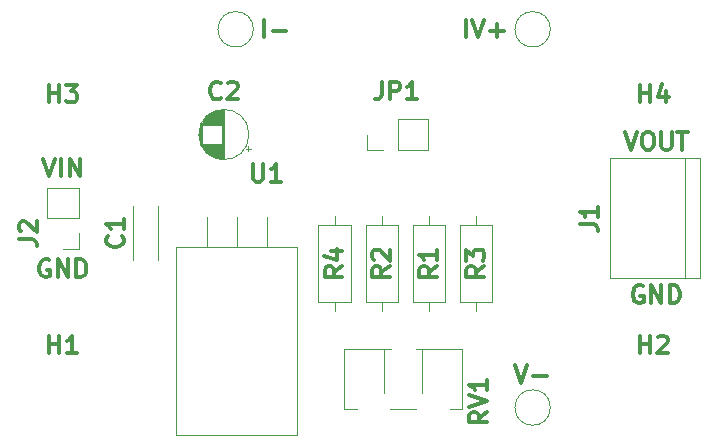
<source format=gbr>
G04 #@! TF.GenerationSoftware,KiCad,Pcbnew,(5.1.9)-1*
G04 #@! TF.CreationDate,2021-05-11T22:08:25+03:00*
G04 #@! TF.ProjectId,VariablePS,56617269-6162-46c6-9550-532e6b696361,1.0*
G04 #@! TF.SameCoordinates,Original*
G04 #@! TF.FileFunction,Legend,Top*
G04 #@! TF.FilePolarity,Positive*
%FSLAX46Y46*%
G04 Gerber Fmt 4.6, Leading zero omitted, Abs format (unit mm)*
G04 Created by KiCad (PCBNEW (5.1.9)-1) date 2021-05-11 22:08:25*
%MOMM*%
%LPD*%
G01*
G04 APERTURE LIST*
%ADD10C,0.300000*%
%ADD11C,0.120000*%
G04 APERTURE END LIST*
D10*
X83557142Y-55228571D02*
X84057142Y-56728571D01*
X84557142Y-55228571D01*
X85057142Y-56728571D02*
X85057142Y-55228571D01*
X85771428Y-56728571D02*
X85771428Y-55228571D01*
X86628571Y-56728571D01*
X86628571Y-55228571D01*
X84057142Y-63850000D02*
X83914285Y-63778571D01*
X83700000Y-63778571D01*
X83485714Y-63850000D01*
X83342857Y-63992857D01*
X83271428Y-64135714D01*
X83200000Y-64421428D01*
X83200000Y-64635714D01*
X83271428Y-64921428D01*
X83342857Y-65064285D01*
X83485714Y-65207142D01*
X83700000Y-65278571D01*
X83842857Y-65278571D01*
X84057142Y-65207142D01*
X84128571Y-65135714D01*
X84128571Y-64635714D01*
X83842857Y-64635714D01*
X84771428Y-65278571D02*
X84771428Y-63778571D01*
X85628571Y-65278571D01*
X85628571Y-63778571D01*
X86342857Y-65278571D02*
X86342857Y-63778571D01*
X86700000Y-63778571D01*
X86914285Y-63850000D01*
X87057142Y-63992857D01*
X87128571Y-64135714D01*
X87200000Y-64421428D01*
X87200000Y-64635714D01*
X87128571Y-64921428D01*
X87057142Y-65064285D01*
X86914285Y-65207142D01*
X86700000Y-65278571D01*
X86342857Y-65278571D01*
X132807142Y-52978571D02*
X133307142Y-54478571D01*
X133807142Y-52978571D01*
X134592857Y-52978571D02*
X134878571Y-52978571D01*
X135021428Y-53050000D01*
X135164285Y-53192857D01*
X135235714Y-53478571D01*
X135235714Y-53978571D01*
X135164285Y-54264285D01*
X135021428Y-54407142D01*
X134878571Y-54478571D01*
X134592857Y-54478571D01*
X134450000Y-54407142D01*
X134307142Y-54264285D01*
X134235714Y-53978571D01*
X134235714Y-53478571D01*
X134307142Y-53192857D01*
X134450000Y-53050000D01*
X134592857Y-52978571D01*
X135878571Y-52978571D02*
X135878571Y-54192857D01*
X135950000Y-54335714D01*
X136021428Y-54407142D01*
X136164285Y-54478571D01*
X136450000Y-54478571D01*
X136592857Y-54407142D01*
X136664285Y-54335714D01*
X136735714Y-54192857D01*
X136735714Y-52978571D01*
X137235714Y-52978571D02*
X138092857Y-52978571D01*
X137664285Y-54478571D02*
X137664285Y-52978571D01*
X134307142Y-66050000D02*
X134164285Y-65978571D01*
X133950000Y-65978571D01*
X133735714Y-66050000D01*
X133592857Y-66192857D01*
X133521428Y-66335714D01*
X133450000Y-66621428D01*
X133450000Y-66835714D01*
X133521428Y-67121428D01*
X133592857Y-67264285D01*
X133735714Y-67407142D01*
X133950000Y-67478571D01*
X134092857Y-67478571D01*
X134307142Y-67407142D01*
X134378571Y-67335714D01*
X134378571Y-66835714D01*
X134092857Y-66835714D01*
X135021428Y-67478571D02*
X135021428Y-65978571D01*
X135878571Y-67478571D01*
X135878571Y-65978571D01*
X136592857Y-67478571D02*
X136592857Y-65978571D01*
X136950000Y-65978571D01*
X137164285Y-66050000D01*
X137307142Y-66192857D01*
X137378571Y-66335714D01*
X137450000Y-66621428D01*
X137450000Y-66835714D01*
X137378571Y-67121428D01*
X137307142Y-67264285D01*
X137164285Y-67407142D01*
X136950000Y-67478571D01*
X136592857Y-67478571D01*
D11*
X108997000Y-76423000D02*
X108997000Y-71382000D01*
X119038000Y-76423000D02*
X119038000Y-71382000D01*
X108997000Y-71382000D02*
X112946000Y-71382000D01*
X115091000Y-71382000D02*
X119038000Y-71382000D01*
X117943000Y-76423000D02*
X119038000Y-76423000D01*
X108997000Y-76423000D02*
X110092000Y-76423000D01*
X112944000Y-76423000D02*
X115093000Y-76423000D01*
X112398000Y-75065000D02*
X112398000Y-71382000D01*
X115638000Y-75065000D02*
X115638000Y-71382000D01*
X112944000Y-76423000D02*
X115093000Y-76423000D01*
X112398000Y-71382000D02*
X112946000Y-71382000D01*
X115091000Y-71382000D02*
X115638000Y-71382000D01*
X105030000Y-62720000D02*
X94790000Y-62720000D01*
X105030000Y-78610000D02*
X94790000Y-78610000D01*
X105030000Y-78610000D02*
X105030000Y-62720000D01*
X94790000Y-78610000D02*
X94790000Y-62720000D01*
X102450000Y-62720000D02*
X102450000Y-60180000D01*
X99910000Y-62720000D02*
X99910000Y-60180000D01*
X97370000Y-62720000D02*
X97370000Y-60180000D01*
X126480000Y-76312000D02*
G75*
G03*
X126480000Y-76312000I-1500000J0D01*
G01*
X126480000Y-44288000D02*
G75*
G03*
X126480000Y-44288000I-1500000J0D01*
G01*
X101334000Y-44288000D02*
G75*
G03*
X101334000Y-44288000I-1500000J0D01*
G01*
X106846000Y-67390000D02*
X109586000Y-67390000D01*
X109586000Y-67390000D02*
X109586000Y-60850000D01*
X109586000Y-60850000D02*
X106846000Y-60850000D01*
X106846000Y-60850000D02*
X106846000Y-67390000D01*
X108216000Y-68160000D02*
X108216000Y-67390000D01*
X108216000Y-60080000D02*
X108216000Y-60850000D01*
X121570000Y-60850000D02*
X118830000Y-60850000D01*
X118830000Y-60850000D02*
X118830000Y-67390000D01*
X118830000Y-67390000D02*
X121570000Y-67390000D01*
X121570000Y-67390000D02*
X121570000Y-60850000D01*
X120200000Y-60080000D02*
X120200000Y-60850000D01*
X120200000Y-68160000D02*
X120200000Y-67390000D01*
X113570000Y-60850000D02*
X110830000Y-60850000D01*
X110830000Y-60850000D02*
X110830000Y-67390000D01*
X110830000Y-67390000D02*
X113570000Y-67390000D01*
X113570000Y-67390000D02*
X113570000Y-60850000D01*
X112200000Y-60080000D02*
X112200000Y-60850000D01*
X112200000Y-68160000D02*
X112200000Y-67390000D01*
X117570000Y-60850000D02*
X114830000Y-60850000D01*
X114830000Y-60850000D02*
X114830000Y-67390000D01*
X114830000Y-67390000D02*
X117570000Y-67390000D01*
X117570000Y-67390000D02*
X117570000Y-60850000D01*
X116200000Y-60080000D02*
X116200000Y-60850000D01*
X116200000Y-68160000D02*
X116200000Y-67390000D01*
X116150000Y-54528000D02*
X116150000Y-51868000D01*
X113550000Y-54528000D02*
X116150000Y-54528000D01*
X113550000Y-51868000D02*
X116150000Y-51868000D01*
X113550000Y-54528000D02*
X113550000Y-51868000D01*
X112280000Y-54528000D02*
X110950000Y-54528000D01*
X110950000Y-54528000D02*
X110950000Y-53198000D01*
X86530000Y-57700000D02*
X83870000Y-57700000D01*
X86530000Y-60300000D02*
X86530000Y-57700000D01*
X83870000Y-60300000D02*
X83870000Y-57700000D01*
X86530000Y-60300000D02*
X83870000Y-60300000D01*
X86530000Y-61570000D02*
X86530000Y-62900000D01*
X86530000Y-62900000D02*
X85200000Y-62900000D01*
X137840000Y-55220000D02*
X137840000Y-65380000D01*
X139110000Y-55220000D02*
X131490000Y-55220000D01*
X131490000Y-55220000D02*
X131490000Y-65380000D01*
X131490000Y-65380000D02*
X139110000Y-65380000D01*
X139110000Y-65380000D02*
X139110000Y-55220000D01*
X100954000Y-53198000D02*
G75*
G03*
X100954000Y-53198000I-2120000J0D01*
G01*
X98834000Y-55278000D02*
X98834000Y-51118000D01*
X98794000Y-55278000D02*
X98794000Y-51118000D01*
X98754000Y-55277000D02*
X98754000Y-51119000D01*
X98714000Y-55275000D02*
X98714000Y-51121000D01*
X98674000Y-55272000D02*
X98674000Y-51124000D01*
X98634000Y-55269000D02*
X98634000Y-54038000D01*
X98634000Y-52358000D02*
X98634000Y-51127000D01*
X98594000Y-55265000D02*
X98594000Y-54038000D01*
X98594000Y-52358000D02*
X98594000Y-51131000D01*
X98554000Y-55260000D02*
X98554000Y-54038000D01*
X98554000Y-52358000D02*
X98554000Y-51136000D01*
X98514000Y-55254000D02*
X98514000Y-54038000D01*
X98514000Y-52358000D02*
X98514000Y-51142000D01*
X98474000Y-55248000D02*
X98474000Y-54038000D01*
X98474000Y-52358000D02*
X98474000Y-51148000D01*
X98434000Y-55240000D02*
X98434000Y-54038000D01*
X98434000Y-52358000D02*
X98434000Y-51156000D01*
X98394000Y-55232000D02*
X98394000Y-54038000D01*
X98394000Y-52358000D02*
X98394000Y-51164000D01*
X98354000Y-55223000D02*
X98354000Y-54038000D01*
X98354000Y-52358000D02*
X98354000Y-51173000D01*
X98314000Y-55214000D02*
X98314000Y-54038000D01*
X98314000Y-52358000D02*
X98314000Y-51182000D01*
X98274000Y-55203000D02*
X98274000Y-54038000D01*
X98274000Y-52358000D02*
X98274000Y-51193000D01*
X98234000Y-55192000D02*
X98234000Y-54038000D01*
X98234000Y-52358000D02*
X98234000Y-51204000D01*
X98194000Y-55180000D02*
X98194000Y-54038000D01*
X98194000Y-52358000D02*
X98194000Y-51216000D01*
X98154000Y-55166000D02*
X98154000Y-54038000D01*
X98154000Y-52358000D02*
X98154000Y-51230000D01*
X98113000Y-55152000D02*
X98113000Y-54038000D01*
X98113000Y-52358000D02*
X98113000Y-51244000D01*
X98073000Y-55138000D02*
X98073000Y-54038000D01*
X98073000Y-52358000D02*
X98073000Y-51258000D01*
X98033000Y-55122000D02*
X98033000Y-54038000D01*
X98033000Y-52358000D02*
X98033000Y-51274000D01*
X97993000Y-55105000D02*
X97993000Y-54038000D01*
X97993000Y-52358000D02*
X97993000Y-51291000D01*
X97953000Y-55087000D02*
X97953000Y-54038000D01*
X97953000Y-52358000D02*
X97953000Y-51309000D01*
X97913000Y-55068000D02*
X97913000Y-54038000D01*
X97913000Y-52358000D02*
X97913000Y-51328000D01*
X97873000Y-55049000D02*
X97873000Y-54038000D01*
X97873000Y-52358000D02*
X97873000Y-51347000D01*
X97833000Y-55028000D02*
X97833000Y-54038000D01*
X97833000Y-52358000D02*
X97833000Y-51368000D01*
X97793000Y-55006000D02*
X97793000Y-54038000D01*
X97793000Y-52358000D02*
X97793000Y-51390000D01*
X97753000Y-54983000D02*
X97753000Y-54038000D01*
X97753000Y-52358000D02*
X97753000Y-51413000D01*
X97713000Y-54958000D02*
X97713000Y-54038000D01*
X97713000Y-52358000D02*
X97713000Y-51438000D01*
X97673000Y-54933000D02*
X97673000Y-54038000D01*
X97673000Y-52358000D02*
X97673000Y-51463000D01*
X97633000Y-54906000D02*
X97633000Y-54038000D01*
X97633000Y-52358000D02*
X97633000Y-51490000D01*
X97593000Y-54878000D02*
X97593000Y-54038000D01*
X97593000Y-52358000D02*
X97593000Y-51518000D01*
X97553000Y-54848000D02*
X97553000Y-54038000D01*
X97553000Y-52358000D02*
X97553000Y-51548000D01*
X97513000Y-54817000D02*
X97513000Y-54038000D01*
X97513000Y-52358000D02*
X97513000Y-51579000D01*
X97473000Y-54785000D02*
X97473000Y-54038000D01*
X97473000Y-52358000D02*
X97473000Y-51611000D01*
X97433000Y-54750000D02*
X97433000Y-54038000D01*
X97433000Y-52358000D02*
X97433000Y-51646000D01*
X97393000Y-54714000D02*
X97393000Y-54038000D01*
X97393000Y-52358000D02*
X97393000Y-51682000D01*
X97353000Y-54676000D02*
X97353000Y-54038000D01*
X97353000Y-52358000D02*
X97353000Y-51720000D01*
X97313000Y-54636000D02*
X97313000Y-54038000D01*
X97313000Y-52358000D02*
X97313000Y-51760000D01*
X97273000Y-54594000D02*
X97273000Y-54038000D01*
X97273000Y-52358000D02*
X97273000Y-51802000D01*
X97233000Y-54549000D02*
X97233000Y-54038000D01*
X97233000Y-52358000D02*
X97233000Y-51847000D01*
X97193000Y-54502000D02*
X97193000Y-54038000D01*
X97193000Y-52358000D02*
X97193000Y-51894000D01*
X97153000Y-54452000D02*
X97153000Y-54038000D01*
X97153000Y-52358000D02*
X97153000Y-51944000D01*
X97113000Y-54398000D02*
X97113000Y-54038000D01*
X97113000Y-52358000D02*
X97113000Y-51998000D01*
X97073000Y-54340000D02*
X97073000Y-54038000D01*
X97073000Y-52358000D02*
X97073000Y-52056000D01*
X97033000Y-54278000D02*
X97033000Y-54038000D01*
X97033000Y-52358000D02*
X97033000Y-52118000D01*
X96993000Y-54211000D02*
X96993000Y-52185000D01*
X96953000Y-54138000D02*
X96953000Y-52258000D01*
X96913000Y-54057000D02*
X96913000Y-52339000D01*
X96873000Y-53966000D02*
X96873000Y-52430000D01*
X96833000Y-53862000D02*
X96833000Y-52534000D01*
X96793000Y-53735000D02*
X96793000Y-52661000D01*
X96753000Y-53568000D02*
X96753000Y-52828000D01*
X101103801Y-54393000D02*
X100703801Y-54393000D01*
X100903801Y-54593000D02*
X100903801Y-54193000D01*
X93270000Y-59260000D02*
X93270000Y-63800000D01*
X91130000Y-59260000D02*
X91130000Y-63800000D01*
X93270000Y-59260000D02*
X93255000Y-59260000D01*
X91145000Y-59260000D02*
X91130000Y-59260000D01*
X93270000Y-63800000D02*
X93255000Y-63800000D01*
X91145000Y-63800000D02*
X91130000Y-63800000D01*
D10*
X121128571Y-76692857D02*
X120414285Y-77192857D01*
X121128571Y-77550000D02*
X119628571Y-77550000D01*
X119628571Y-76978571D01*
X119700000Y-76835714D01*
X119771428Y-76764285D01*
X119914285Y-76692857D01*
X120128571Y-76692857D01*
X120271428Y-76764285D01*
X120342857Y-76835714D01*
X120414285Y-76978571D01*
X120414285Y-77550000D01*
X119628571Y-76264285D02*
X121128571Y-75764285D01*
X119628571Y-75264285D01*
X121128571Y-73978571D02*
X121128571Y-74835714D01*
X121128571Y-74407142D02*
X119628571Y-74407142D01*
X119842857Y-74550000D01*
X119985714Y-74692857D01*
X120057142Y-74835714D01*
X101307142Y-55728571D02*
X101307142Y-56942857D01*
X101378571Y-57085714D01*
X101450000Y-57157142D01*
X101592857Y-57228571D01*
X101878571Y-57228571D01*
X102021428Y-57157142D01*
X102092857Y-57085714D01*
X102164285Y-56942857D01*
X102164285Y-55728571D01*
X103664285Y-57228571D02*
X102807142Y-57228571D01*
X103235714Y-57228571D02*
X103235714Y-55728571D01*
X103092857Y-55942857D01*
X102950000Y-56085714D01*
X102807142Y-56157142D01*
X123521428Y-72728571D02*
X124021428Y-74228571D01*
X124521428Y-72728571D01*
X125021428Y-73657142D02*
X126164285Y-73657142D01*
X119378571Y-44978571D02*
X119378571Y-43478571D01*
X119878571Y-43478571D02*
X120378571Y-44978571D01*
X120878571Y-43478571D01*
X121378571Y-44407142D02*
X122521428Y-44407142D01*
X121950000Y-44978571D02*
X121950000Y-43835714D01*
X102271428Y-44978571D02*
X102271428Y-43478571D01*
X102985714Y-44407142D02*
X104128571Y-44407142D01*
X108878571Y-64370000D02*
X108164285Y-64870000D01*
X108878571Y-65227142D02*
X107378571Y-65227142D01*
X107378571Y-64655714D01*
X107450000Y-64512857D01*
X107521428Y-64441428D01*
X107664285Y-64370000D01*
X107878571Y-64370000D01*
X108021428Y-64441428D01*
X108092857Y-64512857D01*
X108164285Y-64655714D01*
X108164285Y-65227142D01*
X107878571Y-63084285D02*
X108878571Y-63084285D01*
X107307142Y-63441428D02*
X108378571Y-63798571D01*
X108378571Y-62870000D01*
X120878571Y-64370000D02*
X120164285Y-64870000D01*
X120878571Y-65227142D02*
X119378571Y-65227142D01*
X119378571Y-64655714D01*
X119450000Y-64512857D01*
X119521428Y-64441428D01*
X119664285Y-64370000D01*
X119878571Y-64370000D01*
X120021428Y-64441428D01*
X120092857Y-64512857D01*
X120164285Y-64655714D01*
X120164285Y-65227142D01*
X119378571Y-63870000D02*
X119378571Y-62941428D01*
X119950000Y-63441428D01*
X119950000Y-63227142D01*
X120021428Y-63084285D01*
X120092857Y-63012857D01*
X120235714Y-62941428D01*
X120592857Y-62941428D01*
X120735714Y-63012857D01*
X120807142Y-63084285D01*
X120878571Y-63227142D01*
X120878571Y-63655714D01*
X120807142Y-63798571D01*
X120735714Y-63870000D01*
X112878571Y-64370000D02*
X112164285Y-64870000D01*
X112878571Y-65227142D02*
X111378571Y-65227142D01*
X111378571Y-64655714D01*
X111450000Y-64512857D01*
X111521428Y-64441428D01*
X111664285Y-64370000D01*
X111878571Y-64370000D01*
X112021428Y-64441428D01*
X112092857Y-64512857D01*
X112164285Y-64655714D01*
X112164285Y-65227142D01*
X111521428Y-63798571D02*
X111450000Y-63727142D01*
X111378571Y-63584285D01*
X111378571Y-63227142D01*
X111450000Y-63084285D01*
X111521428Y-63012857D01*
X111664285Y-62941428D01*
X111807142Y-62941428D01*
X112021428Y-63012857D01*
X112878571Y-63870000D01*
X112878571Y-62941428D01*
X116878571Y-64370000D02*
X116164285Y-64870000D01*
X116878571Y-65227142D02*
X115378571Y-65227142D01*
X115378571Y-64655714D01*
X115450000Y-64512857D01*
X115521428Y-64441428D01*
X115664285Y-64370000D01*
X115878571Y-64370000D01*
X116021428Y-64441428D01*
X116092857Y-64512857D01*
X116164285Y-64655714D01*
X116164285Y-65227142D01*
X116878571Y-62941428D02*
X116878571Y-63798571D01*
X116878571Y-63370000D02*
X115378571Y-63370000D01*
X115592857Y-63512857D01*
X115735714Y-63655714D01*
X115807142Y-63798571D01*
X112200000Y-48728571D02*
X112200000Y-49800000D01*
X112128571Y-50014285D01*
X111985714Y-50157142D01*
X111771428Y-50228571D01*
X111628571Y-50228571D01*
X112914285Y-50228571D02*
X112914285Y-48728571D01*
X113485714Y-48728571D01*
X113628571Y-48800000D01*
X113700000Y-48871428D01*
X113771428Y-49014285D01*
X113771428Y-49228571D01*
X113700000Y-49371428D01*
X113628571Y-49442857D01*
X113485714Y-49514285D01*
X112914285Y-49514285D01*
X115200000Y-50228571D02*
X114342857Y-50228571D01*
X114771428Y-50228571D02*
X114771428Y-48728571D01*
X114628571Y-48942857D01*
X114485714Y-49085714D01*
X114342857Y-49157142D01*
X81478571Y-62050000D02*
X82550000Y-62050000D01*
X82764285Y-62121428D01*
X82907142Y-62264285D01*
X82978571Y-62478571D01*
X82978571Y-62621428D01*
X81621428Y-61407142D02*
X81550000Y-61335714D01*
X81478571Y-61192857D01*
X81478571Y-60835714D01*
X81550000Y-60692857D01*
X81621428Y-60621428D01*
X81764285Y-60550000D01*
X81907142Y-60550000D01*
X82121428Y-60621428D01*
X82978571Y-61478571D01*
X82978571Y-60550000D01*
X129022571Y-60800000D02*
X130094000Y-60800000D01*
X130308285Y-60871428D01*
X130451142Y-61014285D01*
X130522571Y-61228571D01*
X130522571Y-61371428D01*
X130522571Y-59300000D02*
X130522571Y-60157142D01*
X130522571Y-59728571D02*
X129022571Y-59728571D01*
X129236857Y-59871428D01*
X129379714Y-60014285D01*
X129451142Y-60157142D01*
X134057142Y-50478571D02*
X134057142Y-48978571D01*
X134057142Y-49692857D02*
X134914285Y-49692857D01*
X134914285Y-50478571D02*
X134914285Y-48978571D01*
X136271428Y-49478571D02*
X136271428Y-50478571D01*
X135914285Y-48907142D02*
X135557142Y-49978571D01*
X136485714Y-49978571D01*
X84057142Y-50478571D02*
X84057142Y-48978571D01*
X84057142Y-49692857D02*
X84914285Y-49692857D01*
X84914285Y-50478571D02*
X84914285Y-48978571D01*
X85485714Y-48978571D02*
X86414285Y-48978571D01*
X85914285Y-49550000D01*
X86128571Y-49550000D01*
X86271428Y-49621428D01*
X86342857Y-49692857D01*
X86414285Y-49835714D01*
X86414285Y-50192857D01*
X86342857Y-50335714D01*
X86271428Y-50407142D01*
X86128571Y-50478571D01*
X85700000Y-50478571D01*
X85557142Y-50407142D01*
X85485714Y-50335714D01*
X134057142Y-71728571D02*
X134057142Y-70228571D01*
X134057142Y-70942857D02*
X134914285Y-70942857D01*
X134914285Y-71728571D02*
X134914285Y-70228571D01*
X135557142Y-70371428D02*
X135628571Y-70300000D01*
X135771428Y-70228571D01*
X136128571Y-70228571D01*
X136271428Y-70300000D01*
X136342857Y-70371428D01*
X136414285Y-70514285D01*
X136414285Y-70657142D01*
X136342857Y-70871428D01*
X135485714Y-71728571D01*
X136414285Y-71728571D01*
X84057142Y-71728571D02*
X84057142Y-70228571D01*
X84057142Y-70942857D02*
X84914285Y-70942857D01*
X84914285Y-71728571D02*
X84914285Y-70228571D01*
X86414285Y-71728571D02*
X85557142Y-71728571D01*
X85985714Y-71728571D02*
X85985714Y-70228571D01*
X85842857Y-70442857D01*
X85700000Y-70585714D01*
X85557142Y-70657142D01*
X98584000Y-50085714D02*
X98512571Y-50157142D01*
X98298285Y-50228571D01*
X98155428Y-50228571D01*
X97941142Y-50157142D01*
X97798285Y-50014285D01*
X97726857Y-49871428D01*
X97655428Y-49585714D01*
X97655428Y-49371428D01*
X97726857Y-49085714D01*
X97798285Y-48942857D01*
X97941142Y-48800000D01*
X98155428Y-48728571D01*
X98298285Y-48728571D01*
X98512571Y-48800000D01*
X98584000Y-48871428D01*
X99155428Y-48871428D02*
X99226857Y-48800000D01*
X99369714Y-48728571D01*
X99726857Y-48728571D01*
X99869714Y-48800000D01*
X99941142Y-48871428D01*
X100012571Y-49014285D01*
X100012571Y-49157142D01*
X99941142Y-49371428D01*
X99084000Y-50228571D01*
X100012571Y-50228571D01*
X90235714Y-61800000D02*
X90307142Y-61871428D01*
X90378571Y-62085714D01*
X90378571Y-62228571D01*
X90307142Y-62442857D01*
X90164285Y-62585714D01*
X90021428Y-62657142D01*
X89735714Y-62728571D01*
X89521428Y-62728571D01*
X89235714Y-62657142D01*
X89092857Y-62585714D01*
X88950000Y-62442857D01*
X88878571Y-62228571D01*
X88878571Y-62085714D01*
X88950000Y-61871428D01*
X89021428Y-61800000D01*
X90378571Y-60371428D02*
X90378571Y-61228571D01*
X90378571Y-60800000D02*
X88878571Y-60800000D01*
X89092857Y-60942857D01*
X89235714Y-61085714D01*
X89307142Y-61228571D01*
M02*

</source>
